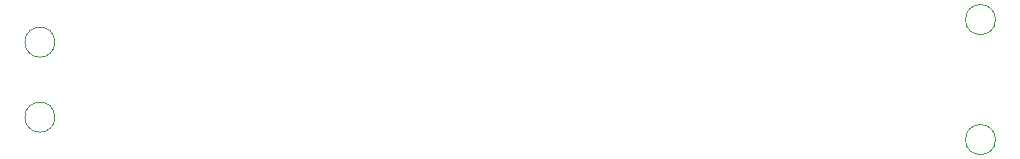
<source format=gbr>
G04 #@! TF.GenerationSoftware,KiCad,Pcbnew,8.0.6*
G04 #@! TF.CreationDate,2024-11-19T14:30:18-08:00*
G04 #@! TF.ProjectId,V5ProbeTop,56355072-6f62-4655-946f-702e6b696361,rev?*
G04 #@! TF.SameCoordinates,Original*
G04 #@! TF.FileFunction,AssemblyDrawing,Top*
%FSLAX46Y46*%
G04 Gerber Fmt 4.6, Leading zero omitted, Abs format (unit mm)*
G04 Created by KiCad (PCBNEW 8.0.6) date 2024-11-19 14:30:18*
%MOMM*%
%LPD*%
G01*
G04 APERTURE LIST*
%ADD10C,0.100000*%
G04 APERTURE END LIST*
D10*
G04 #@! TO.C,REF\u002A\u002A*
X102885794Y-82971461D02*
G75*
G02*
X100345794Y-82971461I-1270000J0D01*
G01*
X100345794Y-82971461D02*
G75*
G02*
X102885794Y-82971461I1270000J0D01*
G01*
X182518794Y-81066461D02*
G75*
G02*
X179978794Y-81066461I-1270000J0D01*
G01*
X179978794Y-81066461D02*
G75*
G02*
X182518794Y-81066461I1270000J0D01*
G01*
X102885794Y-89321461D02*
G75*
G02*
X100345794Y-89321461I-1270000J0D01*
G01*
X100345794Y-89321461D02*
G75*
G02*
X102885794Y-89321461I1270000J0D01*
G01*
X182518794Y-91226461D02*
G75*
G02*
X179978794Y-91226461I-1270000J0D01*
G01*
X179978794Y-91226461D02*
G75*
G02*
X182518794Y-91226461I1270000J0D01*
G01*
G04 #@! TD*
M02*

</source>
